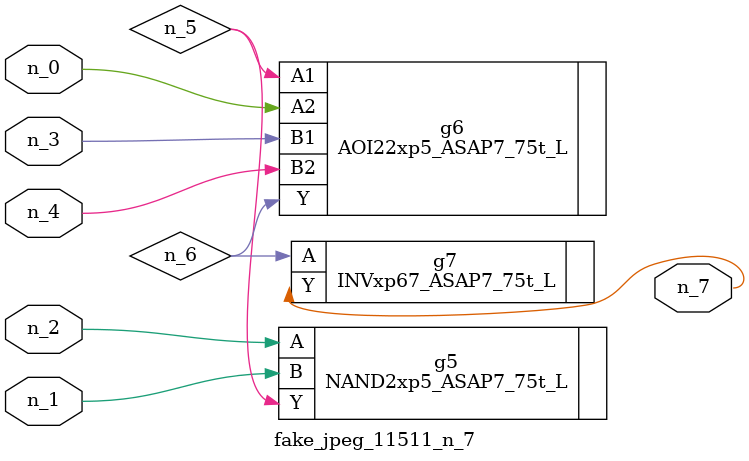
<source format=v>
module fake_jpeg_11511_n_7 (n_3, n_2, n_1, n_0, n_4, n_7);

input n_3;
input n_2;
input n_1;
input n_0;
input n_4;

output n_7;

wire n_6;
wire n_5;

NAND2xp5_ASAP7_75t_L g5 ( 
.A(n_2),
.B(n_1),
.Y(n_5)
);

AOI22xp5_ASAP7_75t_L g6 ( 
.A1(n_5),
.A2(n_0),
.B1(n_3),
.B2(n_4),
.Y(n_6)
);

INVxp67_ASAP7_75t_L g7 ( 
.A(n_6),
.Y(n_7)
);


endmodule
</source>
